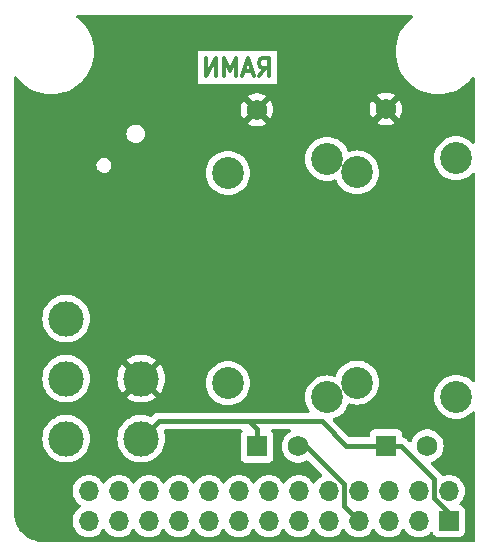
<source format=gbr>
G04 #@! TF.GenerationSoftware,KiCad,Pcbnew,7.0.9*
G04 #@! TF.CreationDate,2025-01-29T12:58:33-06:00*
G04 #@! TF.ProjectId,powertrain,706f7765-7274-4726-9169-6e2e6b696361,rev?*
G04 #@! TF.SameCoordinates,Original*
G04 #@! TF.FileFunction,Copper,L2,Bot*
G04 #@! TF.FilePolarity,Positive*
%FSLAX46Y46*%
G04 Gerber Fmt 4.6, Leading zero omitted, Abs format (unit mm)*
G04 Created by KiCad (PCBNEW 7.0.9) date 2025-01-29 12:58:33*
%MOMM*%
%LPD*%
G01*
G04 APERTURE LIST*
%ADD10C,0.300000*%
G04 #@! TA.AperFunction,NonConductor*
%ADD11C,0.300000*%
G04 #@! TD*
G04 #@! TA.AperFunction,ComponentPad*
%ADD12R,1.750000X1.750000*%
G04 #@! TD*
G04 #@! TA.AperFunction,ComponentPad*
%ADD13C,1.750000*%
G04 #@! TD*
G04 #@! TA.AperFunction,ComponentPad*
%ADD14C,2.700000*%
G04 #@! TD*
G04 #@! TA.AperFunction,ComponentPad*
%ADD15C,3.000000*%
G04 #@! TD*
G04 #@! TA.AperFunction,ComponentPad*
%ADD16R,1.700000X1.700000*%
G04 #@! TD*
G04 #@! TA.AperFunction,ComponentPad*
%ADD17O,1.700000X1.700000*%
G04 #@! TD*
G04 #@! TA.AperFunction,ViaPad*
%ADD18C,0.800000*%
G04 #@! TD*
G04 #@! TA.AperFunction,Conductor*
%ADD19C,0.400000*%
G04 #@! TD*
G04 APERTURE END LIST*
D10*
D11*
X53129428Y-25824328D02*
X53629428Y-25110042D01*
X53986571Y-25824328D02*
X53986571Y-24324328D01*
X53986571Y-24324328D02*
X53415142Y-24324328D01*
X53415142Y-24324328D02*
X53272285Y-24395757D01*
X53272285Y-24395757D02*
X53200856Y-24467185D01*
X53200856Y-24467185D02*
X53129428Y-24610042D01*
X53129428Y-24610042D02*
X53129428Y-24824328D01*
X53129428Y-24824328D02*
X53200856Y-24967185D01*
X53200856Y-24967185D02*
X53272285Y-25038614D01*
X53272285Y-25038614D02*
X53415142Y-25110042D01*
X53415142Y-25110042D02*
X53986571Y-25110042D01*
X52557999Y-25395757D02*
X51843714Y-25395757D01*
X52700856Y-25824328D02*
X52200856Y-24324328D01*
X52200856Y-24324328D02*
X51700856Y-25824328D01*
X51200857Y-25824328D02*
X51200857Y-24324328D01*
X51200857Y-24324328D02*
X50700857Y-25395757D01*
X50700857Y-25395757D02*
X50200857Y-24324328D01*
X50200857Y-24324328D02*
X50200857Y-25824328D01*
X49486571Y-25824328D02*
X49486571Y-24324328D01*
X49486571Y-24324328D02*
X48629428Y-25824328D01*
X48629428Y-25824328D02*
X48629428Y-24324328D01*
D12*
X63900000Y-57116000D03*
D13*
X67400000Y-57116000D03*
X63900000Y-28616000D03*
D14*
X69850000Y-52966000D03*
X61450000Y-51766000D03*
X61450000Y-33966000D03*
X69850000Y-32766000D03*
D15*
X43180000Y-56515000D03*
X36830000Y-51435000D03*
X36830000Y-56515000D03*
X36830000Y-46355000D03*
D12*
X52978000Y-57166000D03*
D13*
X56478000Y-57166000D03*
X52978000Y-28666000D03*
D14*
X58928000Y-53016000D03*
X50528000Y-51816000D03*
X50528000Y-34016000D03*
X58928000Y-32816000D03*
D15*
X43180000Y-51435000D03*
D16*
X69215000Y-63500000D03*
D17*
X69215000Y-60960000D03*
X66675000Y-63500000D03*
X66675000Y-60960000D03*
X64135000Y-63500000D03*
X64135000Y-60960000D03*
X61595000Y-63500000D03*
X61595000Y-60960000D03*
X59055000Y-63500000D03*
X59055000Y-60960000D03*
X56515000Y-63500000D03*
X56515000Y-60960000D03*
X53975000Y-63500000D03*
X53975000Y-60960000D03*
X51435000Y-63500000D03*
X51435000Y-60960000D03*
X48895000Y-63500000D03*
X48895000Y-60960000D03*
X46355000Y-63500000D03*
X46355000Y-60960000D03*
X43815000Y-63500000D03*
X43815000Y-60960000D03*
X41275000Y-63500000D03*
X41275000Y-60960000D03*
X38735000Y-63500000D03*
X38735000Y-60960000D03*
D18*
X40640000Y-22860000D03*
X34798000Y-60960000D03*
X35306000Y-43434000D03*
X60198000Y-55118000D03*
X51054000Y-45466000D03*
X63500000Y-22860000D03*
X49022000Y-31750000D03*
X51054000Y-57150000D03*
D19*
X69215000Y-62810002D02*
X69215000Y-63500000D01*
X65175000Y-57116000D02*
X67965000Y-59906000D01*
X67965000Y-59906000D02*
X67965000Y-61560002D01*
X67965000Y-61560002D02*
X69215000Y-62810002D01*
X60553126Y-57116000D02*
X63900000Y-57116000D01*
X58452126Y-55015000D02*
X60553126Y-57116000D01*
X44680000Y-55015000D02*
X52324000Y-55015000D01*
X52324000Y-55015000D02*
X58452126Y-55015000D01*
X63900000Y-57116000D02*
X65175000Y-57116000D01*
X52978000Y-57166000D02*
X52978000Y-55669000D01*
X43180000Y-56515000D02*
X44680000Y-55015000D01*
X52978000Y-55669000D02*
X52324000Y-55015000D01*
X56478000Y-57166000D02*
X57111002Y-57166000D01*
X57111002Y-57166000D02*
X60325000Y-60379998D01*
X60325000Y-62230000D02*
X61595000Y-63500000D01*
X60325000Y-60379998D02*
X60325000Y-62230000D01*
G04 #@! TA.AperFunction,Conductor*
G36*
X66143386Y-20670502D02*
G01*
X66189879Y-20724158D01*
X66199983Y-20794432D01*
X66170489Y-20859012D01*
X66154559Y-20874420D01*
X65913493Y-21069631D01*
X65913477Y-21069645D01*
X65646645Y-21336477D01*
X65646631Y-21336493D01*
X65409143Y-21629765D01*
X65409131Y-21629782D01*
X65203595Y-21946282D01*
X65203591Y-21946288D01*
X65032265Y-22282536D01*
X65032261Y-22282544D01*
X64897023Y-22634850D01*
X64799346Y-22999388D01*
X64740308Y-23372137D01*
X64720559Y-23748993D01*
X64720559Y-23749006D01*
X64740308Y-24125862D01*
X64799346Y-24498611D01*
X64897023Y-24863149D01*
X65032261Y-25215455D01*
X65032265Y-25215463D01*
X65203597Y-25551720D01*
X65409131Y-25868217D01*
X65409143Y-25868234D01*
X65646631Y-26161506D01*
X65646645Y-26161522D01*
X65913477Y-26428354D01*
X65913485Y-26428361D01*
X65913489Y-26428365D01*
X65913493Y-26428368D01*
X66206765Y-26665856D01*
X66206782Y-26665868D01*
X66385396Y-26781860D01*
X66523280Y-26871403D01*
X66859535Y-27042734D01*
X66859539Y-27042735D01*
X66859544Y-27042738D01*
X67211850Y-27177976D01*
X67211855Y-27177977D01*
X67211857Y-27177978D01*
X67576387Y-27275653D01*
X67949129Y-27334690D01*
X67949131Y-27334690D01*
X67949137Y-27334691D01*
X68231713Y-27349500D01*
X68231720Y-27349500D01*
X68420287Y-27349500D01*
X68702862Y-27334691D01*
X68702866Y-27334690D01*
X68702871Y-27334690D01*
X69075613Y-27275653D01*
X69440143Y-27177978D01*
X69440146Y-27177976D01*
X69440149Y-27177976D01*
X69792455Y-27042738D01*
X69792456Y-27042737D01*
X69792465Y-27042734D01*
X70128720Y-26871403D01*
X70445225Y-26665863D01*
X70738511Y-26428365D01*
X71005365Y-26161511D01*
X71127611Y-26010549D01*
X71200580Y-25920441D01*
X71258994Y-25880089D01*
X71329951Y-25877723D01*
X71390923Y-25914096D01*
X71422551Y-25977658D01*
X71424500Y-25999735D01*
X71424500Y-31407994D01*
X71404498Y-31476115D01*
X71350842Y-31522608D01*
X71280568Y-31532712D01*
X71215988Y-31503218D01*
X71209405Y-31497089D01*
X71070177Y-31357861D01*
X71070168Y-31357853D01*
X71000894Y-31305995D01*
X70857347Y-31198537D01*
X70715587Y-31121130D01*
X70624020Y-31071130D01*
X70374929Y-30978225D01*
X70115170Y-30921718D01*
X70115172Y-30921718D01*
X69850000Y-30902753D01*
X69584828Y-30921718D01*
X69325071Y-30978225D01*
X69325070Y-30978225D01*
X69075979Y-31071130D01*
X68842653Y-31198537D01*
X68629831Y-31357853D01*
X68629822Y-31357861D01*
X68441861Y-31545822D01*
X68441853Y-31545831D01*
X68282537Y-31758653D01*
X68155130Y-31991979D01*
X68062225Y-32241070D01*
X68062225Y-32241071D01*
X68005718Y-32500828D01*
X67986753Y-32766000D01*
X68005718Y-33031171D01*
X68062225Y-33290928D01*
X68062225Y-33290929D01*
X68155130Y-33540020D01*
X68182433Y-33590021D01*
X68282537Y-33773347D01*
X68426755Y-33966000D01*
X68441853Y-33986168D01*
X68441861Y-33986177D01*
X68629822Y-34174138D01*
X68629831Y-34174146D01*
X68629833Y-34174148D01*
X68842653Y-34333463D01*
X69075979Y-34460869D01*
X69325063Y-34553772D01*
X69325066Y-34553772D01*
X69325070Y-34553774D01*
X69475400Y-34586476D01*
X69584832Y-34610282D01*
X69850000Y-34629247D01*
X70115168Y-34610282D01*
X70374928Y-34553774D01*
X70374929Y-34553774D01*
X70374930Y-34553773D01*
X70374937Y-34553772D01*
X70624021Y-34460869D01*
X70857347Y-34333463D01*
X71070167Y-34174148D01*
X71129298Y-34115017D01*
X71209405Y-34034911D01*
X71271717Y-34000885D01*
X71342532Y-34005950D01*
X71399368Y-34048497D01*
X71424179Y-34115017D01*
X71424500Y-34124006D01*
X71424500Y-51607994D01*
X71404498Y-51676115D01*
X71350842Y-51722608D01*
X71280568Y-51732712D01*
X71215988Y-51703218D01*
X71209405Y-51697089D01*
X71070177Y-51557861D01*
X71070168Y-51557853D01*
X70993997Y-51500832D01*
X70857347Y-51398537D01*
X70679442Y-51301393D01*
X70624020Y-51271130D01*
X70374929Y-51178225D01*
X70115170Y-51121718D01*
X70115172Y-51121718D01*
X69850000Y-51102753D01*
X69584828Y-51121718D01*
X69325071Y-51178225D01*
X69325070Y-51178225D01*
X69075979Y-51271130D01*
X68842653Y-51398537D01*
X68629831Y-51557853D01*
X68629822Y-51557861D01*
X68441861Y-51745822D01*
X68441853Y-51745831D01*
X68282537Y-51958653D01*
X68155130Y-52191979D01*
X68062225Y-52441070D01*
X68062225Y-52441071D01*
X68005718Y-52700828D01*
X67986753Y-52966000D01*
X68005718Y-53231171D01*
X68062225Y-53490928D01*
X68062225Y-53490929D01*
X68155130Y-53740020D01*
X68182433Y-53790021D01*
X68282537Y-53973347D01*
X68430881Y-54171511D01*
X68441853Y-54186168D01*
X68441861Y-54186177D01*
X68629822Y-54374138D01*
X68629831Y-54374146D01*
X68629833Y-54374148D01*
X68842653Y-54533463D01*
X69075979Y-54660869D01*
X69325063Y-54753772D01*
X69325066Y-54753772D01*
X69325070Y-54753774D01*
X69475400Y-54786476D01*
X69584832Y-54810282D01*
X69850000Y-54829247D01*
X70115168Y-54810282D01*
X70374928Y-54753774D01*
X70374929Y-54753774D01*
X70374930Y-54753773D01*
X70374937Y-54753772D01*
X70624021Y-54660869D01*
X70857347Y-54533463D01*
X71070167Y-54374148D01*
X71137930Y-54306385D01*
X71209405Y-54234911D01*
X71271717Y-54200885D01*
X71342532Y-54205950D01*
X71399368Y-54248497D01*
X71424179Y-54315017D01*
X71424500Y-54324006D01*
X71424500Y-65168500D01*
X71404498Y-65236621D01*
X71350842Y-65283114D01*
X71298500Y-65294500D01*
X34926903Y-65294500D01*
X34923099Y-65294385D01*
X34876853Y-65291587D01*
X34625718Y-65276396D01*
X34618159Y-65275478D01*
X34432486Y-65241452D01*
X34326990Y-65222120D01*
X34319600Y-65220298D01*
X34036984Y-65132231D01*
X34029864Y-65129531D01*
X33759930Y-65008043D01*
X33753193Y-65004507D01*
X33602886Y-64913644D01*
X33499858Y-64851362D01*
X33493602Y-64847043D01*
X33260575Y-64664478D01*
X33254884Y-64659436D01*
X33045562Y-64450114D01*
X33040521Y-64444424D01*
X33034421Y-64436638D01*
X32857953Y-64211394D01*
X32853639Y-64205144D01*
X32700492Y-63951806D01*
X32696959Y-63945075D01*
X32575464Y-63675125D01*
X32572768Y-63668015D01*
X32520412Y-63500000D01*
X37371844Y-63500000D01*
X37386356Y-63675135D01*
X37390437Y-63724375D01*
X37445702Y-63942612D01*
X37445703Y-63942613D01*
X37445704Y-63942616D01*
X37534781Y-64145692D01*
X37536141Y-64148793D01*
X37659275Y-64337265D01*
X37659279Y-64337270D01*
X37811762Y-64502908D01*
X37866331Y-64545381D01*
X37989424Y-64641189D01*
X38187426Y-64748342D01*
X38187427Y-64748342D01*
X38187428Y-64748343D01*
X38299227Y-64786723D01*
X38400365Y-64821444D01*
X38622431Y-64858500D01*
X38622435Y-64858500D01*
X38847565Y-64858500D01*
X38847569Y-64858500D01*
X39069635Y-64821444D01*
X39282574Y-64748342D01*
X39480576Y-64641189D01*
X39658240Y-64502906D01*
X39810722Y-64337268D01*
X39899518Y-64201354D01*
X39953520Y-64155268D01*
X40023868Y-64145692D01*
X40088225Y-64175669D01*
X40110480Y-64201353D01*
X40115084Y-64208399D01*
X40199275Y-64337265D01*
X40199279Y-64337270D01*
X40351762Y-64502908D01*
X40406331Y-64545381D01*
X40529424Y-64641189D01*
X40727426Y-64748342D01*
X40727427Y-64748342D01*
X40727428Y-64748343D01*
X40839227Y-64786723D01*
X40940365Y-64821444D01*
X41162431Y-64858500D01*
X41162435Y-64858500D01*
X41387565Y-64858500D01*
X41387569Y-64858500D01*
X41609635Y-64821444D01*
X41822574Y-64748342D01*
X42020576Y-64641189D01*
X42198240Y-64502906D01*
X42350722Y-64337268D01*
X42439518Y-64201354D01*
X42493520Y-64155268D01*
X42563868Y-64145692D01*
X42628225Y-64175669D01*
X42650480Y-64201353D01*
X42655084Y-64208399D01*
X42739275Y-64337265D01*
X42739279Y-64337270D01*
X42891762Y-64502908D01*
X42946331Y-64545381D01*
X43069424Y-64641189D01*
X43267426Y-64748342D01*
X43267427Y-64748342D01*
X43267428Y-64748343D01*
X43379227Y-64786723D01*
X43480365Y-64821444D01*
X43702431Y-64858500D01*
X43702435Y-64858500D01*
X43927565Y-64858500D01*
X43927569Y-64858500D01*
X44149635Y-64821444D01*
X44362574Y-64748342D01*
X44560576Y-64641189D01*
X44738240Y-64502906D01*
X44890722Y-64337268D01*
X44979518Y-64201354D01*
X45033520Y-64155268D01*
X45103868Y-64145692D01*
X45168225Y-64175669D01*
X45190480Y-64201353D01*
X45195084Y-64208399D01*
X45279275Y-64337265D01*
X45279279Y-64337270D01*
X45431762Y-64502908D01*
X45486331Y-64545381D01*
X45609424Y-64641189D01*
X45807426Y-64748342D01*
X45807427Y-64748342D01*
X45807428Y-64748343D01*
X45919227Y-64786723D01*
X46020365Y-64821444D01*
X46242431Y-64858500D01*
X46242435Y-64858500D01*
X46467565Y-64858500D01*
X46467569Y-64858500D01*
X46689635Y-64821444D01*
X46902574Y-64748342D01*
X47100576Y-64641189D01*
X47278240Y-64502906D01*
X47430722Y-64337268D01*
X47519518Y-64201354D01*
X47573520Y-64155268D01*
X47643868Y-64145692D01*
X47708225Y-64175669D01*
X47730480Y-64201353D01*
X47735084Y-64208399D01*
X47819275Y-64337265D01*
X47819279Y-64337270D01*
X47971762Y-64502908D01*
X48026331Y-64545381D01*
X48149424Y-64641189D01*
X48347426Y-64748342D01*
X48347427Y-64748342D01*
X48347428Y-64748343D01*
X48459227Y-64786723D01*
X48560365Y-64821444D01*
X48782431Y-64858500D01*
X48782435Y-64858500D01*
X49007565Y-64858500D01*
X49007569Y-64858500D01*
X49229635Y-64821444D01*
X49442574Y-64748342D01*
X49640576Y-64641189D01*
X49818240Y-64502906D01*
X49970722Y-64337268D01*
X50059518Y-64201354D01*
X50113520Y-64155268D01*
X50183868Y-64145692D01*
X50248225Y-64175669D01*
X50270480Y-64201353D01*
X50275084Y-64208399D01*
X50359275Y-64337265D01*
X50359279Y-64337270D01*
X50511762Y-64502908D01*
X50566331Y-64545381D01*
X50689424Y-64641189D01*
X50887426Y-64748342D01*
X50887427Y-64748342D01*
X50887428Y-64748343D01*
X50999227Y-64786723D01*
X51100365Y-64821444D01*
X51322431Y-64858500D01*
X51322435Y-64858500D01*
X51547565Y-64858500D01*
X51547569Y-64858500D01*
X51769635Y-64821444D01*
X51982574Y-64748342D01*
X52180576Y-64641189D01*
X52358240Y-64502906D01*
X52510722Y-64337268D01*
X52599518Y-64201354D01*
X52653520Y-64155268D01*
X52723868Y-64145692D01*
X52788225Y-64175669D01*
X52810480Y-64201353D01*
X52815084Y-64208399D01*
X52899275Y-64337265D01*
X52899279Y-64337270D01*
X53051762Y-64502908D01*
X53106331Y-64545381D01*
X53229424Y-64641189D01*
X53427426Y-64748342D01*
X53427427Y-64748342D01*
X53427428Y-64748343D01*
X53539227Y-64786723D01*
X53640365Y-64821444D01*
X53862431Y-64858500D01*
X53862435Y-64858500D01*
X54087565Y-64858500D01*
X54087569Y-64858500D01*
X54309635Y-64821444D01*
X54522574Y-64748342D01*
X54720576Y-64641189D01*
X54898240Y-64502906D01*
X55050722Y-64337268D01*
X55139518Y-64201354D01*
X55193520Y-64155268D01*
X55263868Y-64145692D01*
X55328225Y-64175669D01*
X55350480Y-64201353D01*
X55355084Y-64208399D01*
X55439275Y-64337265D01*
X55439279Y-64337270D01*
X55591762Y-64502908D01*
X55646331Y-64545381D01*
X55769424Y-64641189D01*
X55967426Y-64748342D01*
X55967427Y-64748342D01*
X55967428Y-64748343D01*
X56079227Y-64786723D01*
X56180365Y-64821444D01*
X56402431Y-64858500D01*
X56402435Y-64858500D01*
X56627565Y-64858500D01*
X56627569Y-64858500D01*
X56849635Y-64821444D01*
X57062574Y-64748342D01*
X57260576Y-64641189D01*
X57438240Y-64502906D01*
X57590722Y-64337268D01*
X57679518Y-64201354D01*
X57733520Y-64155268D01*
X57803868Y-64145692D01*
X57868225Y-64175669D01*
X57890480Y-64201353D01*
X57895084Y-64208399D01*
X57979275Y-64337265D01*
X57979279Y-64337270D01*
X58131762Y-64502908D01*
X58186331Y-64545381D01*
X58309424Y-64641189D01*
X58507426Y-64748342D01*
X58507427Y-64748342D01*
X58507428Y-64748343D01*
X58619227Y-64786723D01*
X58720365Y-64821444D01*
X58942431Y-64858500D01*
X58942435Y-64858500D01*
X59167565Y-64858500D01*
X59167569Y-64858500D01*
X59389635Y-64821444D01*
X59602574Y-64748342D01*
X59800576Y-64641189D01*
X59978240Y-64502906D01*
X60130722Y-64337268D01*
X60219518Y-64201354D01*
X60273520Y-64155268D01*
X60343868Y-64145692D01*
X60408225Y-64175669D01*
X60430480Y-64201353D01*
X60435084Y-64208399D01*
X60519275Y-64337265D01*
X60519279Y-64337270D01*
X60671762Y-64502908D01*
X60726331Y-64545381D01*
X60849424Y-64641189D01*
X61047426Y-64748342D01*
X61047427Y-64748342D01*
X61047428Y-64748343D01*
X61159227Y-64786723D01*
X61260365Y-64821444D01*
X61482431Y-64858500D01*
X61482435Y-64858500D01*
X61707565Y-64858500D01*
X61707569Y-64858500D01*
X61929635Y-64821444D01*
X62142574Y-64748342D01*
X62340576Y-64641189D01*
X62518240Y-64502906D01*
X62670722Y-64337268D01*
X62759518Y-64201354D01*
X62813520Y-64155268D01*
X62883868Y-64145692D01*
X62948225Y-64175669D01*
X62970480Y-64201353D01*
X62975084Y-64208399D01*
X63059275Y-64337265D01*
X63059279Y-64337270D01*
X63211762Y-64502908D01*
X63266331Y-64545381D01*
X63389424Y-64641189D01*
X63587426Y-64748342D01*
X63587427Y-64748342D01*
X63587428Y-64748343D01*
X63699227Y-64786723D01*
X63800365Y-64821444D01*
X64022431Y-64858500D01*
X64022435Y-64858500D01*
X64247565Y-64858500D01*
X64247569Y-64858500D01*
X64469635Y-64821444D01*
X64682574Y-64748342D01*
X64880576Y-64641189D01*
X65058240Y-64502906D01*
X65210722Y-64337268D01*
X65299518Y-64201354D01*
X65353520Y-64155268D01*
X65423868Y-64145692D01*
X65488225Y-64175669D01*
X65510480Y-64201353D01*
X65515084Y-64208399D01*
X65599275Y-64337265D01*
X65599279Y-64337270D01*
X65751762Y-64502908D01*
X65806331Y-64545381D01*
X65929424Y-64641189D01*
X66127426Y-64748342D01*
X66127427Y-64748342D01*
X66127428Y-64748343D01*
X66239227Y-64786723D01*
X66340365Y-64821444D01*
X66562431Y-64858500D01*
X66562435Y-64858500D01*
X66787565Y-64858500D01*
X66787569Y-64858500D01*
X67009635Y-64821444D01*
X67222574Y-64748342D01*
X67420576Y-64641189D01*
X67598240Y-64502906D01*
X67659245Y-64436637D01*
X67720096Y-64400067D01*
X67791061Y-64402200D01*
X67849606Y-64442362D01*
X67870000Y-64477941D01*
X67914111Y-64596204D01*
X67914112Y-64596207D01*
X68001738Y-64713261D01*
X68118792Y-64800887D01*
X68118794Y-64800888D01*
X68118796Y-64800889D01*
X68173900Y-64821442D01*
X68255795Y-64851988D01*
X68255803Y-64851990D01*
X68316350Y-64858499D01*
X68316355Y-64858499D01*
X68316362Y-64858500D01*
X68316368Y-64858500D01*
X70113632Y-64858500D01*
X70113638Y-64858500D01*
X70113645Y-64858499D01*
X70113649Y-64858499D01*
X70174196Y-64851990D01*
X70174199Y-64851989D01*
X70174201Y-64851989D01*
X70175872Y-64851366D01*
X70193045Y-64844960D01*
X70311204Y-64800889D01*
X70381399Y-64748342D01*
X70428261Y-64713261D01*
X70515887Y-64596207D01*
X70515887Y-64596206D01*
X70515889Y-64596204D01*
X70566989Y-64459201D01*
X70568256Y-64447422D01*
X70573499Y-64398649D01*
X70573500Y-64398632D01*
X70573500Y-62601367D01*
X70573499Y-62601350D01*
X70566990Y-62540803D01*
X70566988Y-62540795D01*
X70515889Y-62403797D01*
X70515887Y-62403792D01*
X70428261Y-62286738D01*
X70311207Y-62199112D01*
X70311203Y-62199110D01*
X70196192Y-62156213D01*
X70139356Y-62113667D01*
X70114546Y-62047146D01*
X70129638Y-61977772D01*
X70147525Y-61952820D01*
X70290714Y-61797277D01*
X70290724Y-61797265D01*
X70320926Y-61751037D01*
X70413860Y-61608791D01*
X70504296Y-61402616D01*
X70559564Y-61184368D01*
X70578156Y-60960000D01*
X70559564Y-60735632D01*
X70504296Y-60517384D01*
X70413860Y-60311209D01*
X70396597Y-60284786D01*
X70290724Y-60122734D01*
X70290720Y-60122729D01*
X70174570Y-59996559D01*
X70138240Y-59957094D01*
X70138239Y-59957093D01*
X70138237Y-59957091D01*
X70007608Y-59855418D01*
X69960576Y-59818811D01*
X69762574Y-59711658D01*
X69762572Y-59711657D01*
X69762571Y-59711656D01*
X69549639Y-59638557D01*
X69549630Y-59638555D01*
X69489252Y-59628480D01*
X69327569Y-59601500D01*
X69102431Y-59601500D01*
X68954211Y-59626233D01*
X68880369Y-59638555D01*
X68880360Y-59638557D01*
X68766598Y-59677612D01*
X68695673Y-59680812D01*
X68634278Y-59645160D01*
X68607873Y-59603117D01*
X68596955Y-59574328D01*
X68596954Y-59574325D01*
X68591163Y-59565935D01*
X68579958Y-59546070D01*
X68575775Y-59536774D01*
X68537088Y-59487395D01*
X68534846Y-59484348D01*
X68499215Y-59432727D01*
X68452249Y-59391119D01*
X68449503Y-59388533D01*
X67721188Y-58660218D01*
X67687162Y-58597906D01*
X67692227Y-58527091D01*
X67734774Y-58470255D01*
X67769367Y-58451952D01*
X67957650Y-58387315D01*
X68159296Y-58278190D01*
X68340231Y-58137363D01*
X68495518Y-57968676D01*
X68620922Y-57776730D01*
X68713023Y-57566761D01*
X68769308Y-57344497D01*
X68788242Y-57116000D01*
X68769308Y-56887503D01*
X68746964Y-56799269D01*
X68713024Y-56665242D01*
X68713021Y-56665235D01*
X68697634Y-56630157D01*
X68620922Y-56455270D01*
X68495518Y-56263324D01*
X68340231Y-56094637D01*
X68159296Y-55953810D01*
X68159295Y-55953809D01*
X68044517Y-55891695D01*
X67957650Y-55844685D01*
X67957648Y-55844684D01*
X67957647Y-55844683D01*
X67740797Y-55770239D01*
X67740788Y-55770237D01*
X67695821Y-55762733D01*
X67514640Y-55732500D01*
X67285360Y-55732500D01*
X67134412Y-55757688D01*
X67059211Y-55770237D01*
X67059202Y-55770239D01*
X66842352Y-55844683D01*
X66842350Y-55844685D01*
X66640704Y-55953809D01*
X66640703Y-55953810D01*
X66459766Y-56094639D01*
X66304479Y-56263327D01*
X66179080Y-56455267D01*
X66179073Y-56455279D01*
X66086978Y-56665235D01*
X66086977Y-56665237D01*
X66068514Y-56738143D01*
X66032400Y-56799269D01*
X65968973Y-56831166D01*
X65898369Y-56823708D01*
X65857275Y-56796305D01*
X65776203Y-56715233D01*
X65692464Y-56631494D01*
X65689880Y-56628750D01*
X65648273Y-56581785D01*
X65648270Y-56581783D01*
X65648271Y-56581783D01*
X65596655Y-56546154D01*
X65593590Y-56543899D01*
X65575146Y-56529449D01*
X65544226Y-56505225D01*
X65544222Y-56505223D01*
X65534919Y-56501035D01*
X65515069Y-56489840D01*
X65506675Y-56484046D01*
X65483705Y-56475334D01*
X65448043Y-56461809D01*
X65444528Y-56460353D01*
X65387332Y-56434612D01*
X65387330Y-56434611D01*
X65387329Y-56434611D01*
X65386779Y-56434510D01*
X65386411Y-56434324D01*
X65380058Y-56432345D01*
X65380387Y-56431288D01*
X65323384Y-56402554D01*
X65287327Y-56341395D01*
X65283500Y-56310576D01*
X65283500Y-56192367D01*
X65283499Y-56192350D01*
X65276990Y-56131803D01*
X65276988Y-56131795D01*
X65229251Y-56003810D01*
X65225889Y-55994796D01*
X65225888Y-55994794D01*
X65225887Y-55994792D01*
X65138261Y-55877738D01*
X65021207Y-55790112D01*
X65021202Y-55790110D01*
X64884204Y-55739011D01*
X64884196Y-55739009D01*
X64823649Y-55732500D01*
X64823638Y-55732500D01*
X62976362Y-55732500D01*
X62976350Y-55732500D01*
X62915803Y-55739009D01*
X62915795Y-55739011D01*
X62778797Y-55790110D01*
X62778792Y-55790112D01*
X62661738Y-55877738D01*
X62574112Y-55994792D01*
X62574110Y-55994797D01*
X62523011Y-56131795D01*
X62523009Y-56131803D01*
X62516500Y-56192350D01*
X62516500Y-56281500D01*
X62496498Y-56349621D01*
X62442842Y-56396114D01*
X62390500Y-56407500D01*
X60898786Y-56407500D01*
X60830665Y-56387498D01*
X60809691Y-56370595D01*
X59438569Y-54999473D01*
X59404543Y-54937161D01*
X59409608Y-54866346D01*
X59452155Y-54809510D01*
X59483623Y-54792326D01*
X59702021Y-54710869D01*
X59935347Y-54583463D01*
X60148167Y-54424148D01*
X60336148Y-54236167D01*
X60495463Y-54023347D01*
X60622869Y-53790021D01*
X60693097Y-53601729D01*
X60735643Y-53544896D01*
X60802163Y-53520085D01*
X60855181Y-53527707D01*
X60925063Y-53553772D01*
X60925066Y-53553772D01*
X60925070Y-53553774D01*
X61075400Y-53586476D01*
X61184832Y-53610282D01*
X61450000Y-53629247D01*
X61715168Y-53610282D01*
X61974928Y-53553774D01*
X61974929Y-53553774D01*
X61974930Y-53553773D01*
X61974937Y-53553772D01*
X62224021Y-53460869D01*
X62457347Y-53333463D01*
X62670167Y-53174148D01*
X62858148Y-52986167D01*
X63017463Y-52773347D01*
X63144869Y-52540021D01*
X63237772Y-52290937D01*
X63294282Y-52031168D01*
X63313247Y-51766000D01*
X63294282Y-51500832D01*
X63248651Y-51291071D01*
X63237774Y-51241071D01*
X63237774Y-51241070D01*
X63237772Y-51241066D01*
X63237772Y-51241063D01*
X63144869Y-50991979D01*
X63017463Y-50758653D01*
X62858148Y-50545833D01*
X62858146Y-50545831D01*
X62858138Y-50545822D01*
X62670177Y-50357861D01*
X62670168Y-50357853D01*
X62670167Y-50357852D01*
X62457347Y-50198537D01*
X62315587Y-50121130D01*
X62224020Y-50071130D01*
X61974929Y-49978225D01*
X61715170Y-49921718D01*
X61715172Y-49921718D01*
X61450000Y-49902753D01*
X61184828Y-49921718D01*
X60925071Y-49978225D01*
X60925070Y-49978225D01*
X60675979Y-50071130D01*
X60442653Y-50198537D01*
X60229831Y-50357853D01*
X60229822Y-50357861D01*
X60041861Y-50545822D01*
X60041853Y-50545831D01*
X59882537Y-50758653D01*
X59755131Y-50991977D01*
X59684903Y-51180268D01*
X59642356Y-51237103D01*
X59575836Y-51261914D01*
X59522816Y-51254291D01*
X59452937Y-51228228D01*
X59452929Y-51228225D01*
X59193170Y-51171718D01*
X59193172Y-51171718D01*
X58928000Y-51152753D01*
X58662828Y-51171718D01*
X58403071Y-51228225D01*
X58403070Y-51228225D01*
X58153979Y-51321130D01*
X57920653Y-51448537D01*
X57707831Y-51607853D01*
X57707822Y-51607861D01*
X57519861Y-51795822D01*
X57519853Y-51795831D01*
X57360537Y-52008653D01*
X57233130Y-52241979D01*
X57140225Y-52491070D01*
X57140225Y-52491071D01*
X57083718Y-52750828D01*
X57064753Y-53016000D01*
X57083718Y-53281171D01*
X57140225Y-53540928D01*
X57140225Y-53540929D01*
X57233130Y-53790020D01*
X57290967Y-53895940D01*
X57360537Y-54023347D01*
X57421655Y-54104991D01*
X57446466Y-54171511D01*
X57431375Y-54240885D01*
X57381172Y-54291088D01*
X57320787Y-54306500D01*
X52399835Y-54306500D01*
X52377123Y-54304436D01*
X52367093Y-54302598D01*
X52304488Y-54306385D01*
X52300685Y-54306500D01*
X44703302Y-54306500D01*
X44699502Y-54306385D01*
X44688953Y-54305747D01*
X44636904Y-54302598D01*
X44575227Y-54313901D01*
X44571465Y-54314474D01*
X44509201Y-54322034D01*
X44499663Y-54325651D01*
X44477706Y-54331772D01*
X44467669Y-54333611D01*
X44410487Y-54359347D01*
X44406973Y-54360802D01*
X44348326Y-54383045D01*
X44348325Y-54383046D01*
X44339921Y-54388846D01*
X44320080Y-54400035D01*
X44310779Y-54404221D01*
X44310772Y-54404226D01*
X44261391Y-54442912D01*
X44258327Y-54445166D01*
X44206727Y-54480784D01*
X44165134Y-54527731D01*
X44162526Y-54530502D01*
X44068754Y-54624273D01*
X44006442Y-54658299D01*
X43935627Y-54653234D01*
X43929462Y-54650747D01*
X43854183Y-54618049D01*
X43854179Y-54618047D01*
X43854177Y-54618047D01*
X43677789Y-54568625D01*
X43589593Y-54543914D01*
X43317395Y-54506500D01*
X43317385Y-54506500D01*
X43042615Y-54506500D01*
X43042604Y-54506500D01*
X42770406Y-54543914D01*
X42505819Y-54618048D01*
X42253802Y-54727514D01*
X42117697Y-54810282D01*
X42025504Y-54866346D01*
X42019028Y-54870284D01*
X41805886Y-55043688D01*
X41618343Y-55244498D01*
X41459892Y-55468971D01*
X41333477Y-55712941D01*
X41241462Y-55971845D01*
X41241460Y-55971853D01*
X41215946Y-56094637D01*
X41197833Y-56181803D01*
X41185557Y-56240877D01*
X41185556Y-56240883D01*
X41166807Y-56514995D01*
X41166807Y-56515004D01*
X41185556Y-56789116D01*
X41185557Y-56789122D01*
X41185558Y-56789130D01*
X41206048Y-56887732D01*
X41241460Y-57058146D01*
X41241462Y-57058154D01*
X41333477Y-57317058D01*
X41459892Y-57561028D01*
X41463936Y-57566757D01*
X41618343Y-57785502D01*
X41805889Y-57986314D01*
X42019031Y-58159718D01*
X42253800Y-58302484D01*
X42505823Y-58411953D01*
X42770404Y-58486085D01*
X42865504Y-58499156D01*
X43042604Y-58523499D01*
X43042615Y-58523500D01*
X43317385Y-58523500D01*
X43317395Y-58523499D01*
X43446945Y-58505692D01*
X43589596Y-58486085D01*
X43854177Y-58411953D01*
X44106200Y-58302484D01*
X44340969Y-58159718D01*
X44554111Y-57986314D01*
X44741657Y-57785502D01*
X44900111Y-57561023D01*
X45026523Y-57317058D01*
X45118538Y-57058153D01*
X45174442Y-56789130D01*
X45182916Y-56665242D01*
X45193193Y-56515004D01*
X45193193Y-56514995D01*
X45174443Y-56240883D01*
X45174442Y-56240877D01*
X45174442Y-56240870D01*
X45118538Y-55971847D01*
X45090050Y-55891692D01*
X45086086Y-55820810D01*
X45121074Y-55759033D01*
X45183906Y-55725979D01*
X45208776Y-55723500D01*
X51640914Y-55723500D01*
X51709035Y-55743502D01*
X51755528Y-55797158D01*
X51765632Y-55867432D01*
X51741782Y-55925009D01*
X51652112Y-56044792D01*
X51652110Y-56044797D01*
X51601011Y-56181795D01*
X51601009Y-56181803D01*
X51594500Y-56242350D01*
X51594500Y-58089649D01*
X51601009Y-58150196D01*
X51601011Y-58150204D01*
X51652110Y-58287202D01*
X51652112Y-58287207D01*
X51739738Y-58404261D01*
X51856792Y-58491887D01*
X51856794Y-58491888D01*
X51856796Y-58491889D01*
X51877202Y-58499500D01*
X51993795Y-58542988D01*
X51993803Y-58542990D01*
X52054350Y-58549499D01*
X52054355Y-58549499D01*
X52054362Y-58549500D01*
X52054368Y-58549500D01*
X53901632Y-58549500D01*
X53901638Y-58549500D01*
X53901645Y-58549499D01*
X53901649Y-58549499D01*
X53962196Y-58542990D01*
X53962199Y-58542989D01*
X53962201Y-58542989D01*
X54099204Y-58491889D01*
X54106958Y-58486085D01*
X54216261Y-58404261D01*
X54303887Y-58287207D01*
X54303887Y-58287206D01*
X54303889Y-58287204D01*
X54354989Y-58150201D01*
X54356370Y-58137363D01*
X54361499Y-58089649D01*
X54361500Y-58089632D01*
X54361500Y-56242367D01*
X54361499Y-56242350D01*
X54354990Y-56181803D01*
X54354988Y-56181795D01*
X54303889Y-56044797D01*
X54303887Y-56044792D01*
X54214218Y-55925009D01*
X54189407Y-55858489D01*
X54204498Y-55789115D01*
X54254700Y-55738913D01*
X54315086Y-55723500D01*
X55739109Y-55723500D01*
X55807230Y-55743502D01*
X55853723Y-55797158D01*
X55863827Y-55867432D01*
X55834333Y-55932012D01*
X55799078Y-55960314D01*
X55718704Y-56003809D01*
X55718703Y-56003810D01*
X55537766Y-56144639D01*
X55382479Y-56313327D01*
X55257080Y-56505267D01*
X55257073Y-56505279D01*
X55164978Y-56715235D01*
X55164975Y-56715242D01*
X55108693Y-56937495D01*
X55108692Y-56937501D01*
X55108692Y-56937503D01*
X55089758Y-57166000D01*
X55104549Y-57344504D01*
X55108693Y-57394504D01*
X55164975Y-57616757D01*
X55164978Y-57616764D01*
X55257073Y-57826720D01*
X55257075Y-57826724D01*
X55257078Y-57826730D01*
X55303744Y-57898158D01*
X55349815Y-57968676D01*
X55382482Y-58018676D01*
X55537769Y-58187363D01*
X55718704Y-58328190D01*
X55920350Y-58437315D01*
X55920351Y-58437315D01*
X55920352Y-58437316D01*
X56016301Y-58470255D01*
X56137207Y-58511762D01*
X56363360Y-58549500D01*
X56363364Y-58549500D01*
X56592636Y-58549500D01*
X56592640Y-58549500D01*
X56818793Y-58511762D01*
X57035650Y-58437315D01*
X57176681Y-58360992D01*
X57246110Y-58346163D01*
X57312536Y-58371223D01*
X57325744Y-58382712D01*
X58483494Y-59540462D01*
X58517520Y-59602774D01*
X58512455Y-59673589D01*
X58469908Y-59730425D01*
X58454369Y-59740371D01*
X58309422Y-59818812D01*
X58131762Y-59957091D01*
X57979279Y-60122729D01*
X57890483Y-60258643D01*
X57836479Y-60304731D01*
X57766131Y-60314306D01*
X57701774Y-60284329D01*
X57679517Y-60258643D01*
X57590720Y-60122729D01*
X57474570Y-59996559D01*
X57438240Y-59957094D01*
X57438239Y-59957093D01*
X57438237Y-59957091D01*
X57307608Y-59855418D01*
X57260576Y-59818811D01*
X57062574Y-59711658D01*
X57062572Y-59711657D01*
X57062571Y-59711656D01*
X56849639Y-59638557D01*
X56849630Y-59638555D01*
X56789252Y-59628480D01*
X56627569Y-59601500D01*
X56402431Y-59601500D01*
X56254211Y-59626233D01*
X56180369Y-59638555D01*
X56180360Y-59638557D01*
X55967428Y-59711656D01*
X55967426Y-59711658D01*
X55769426Y-59818810D01*
X55769424Y-59818811D01*
X55591762Y-59957091D01*
X55439279Y-60122729D01*
X55350483Y-60258643D01*
X55296479Y-60304731D01*
X55226131Y-60314306D01*
X55161774Y-60284329D01*
X55139517Y-60258643D01*
X55050720Y-60122729D01*
X54934570Y-59996559D01*
X54898240Y-59957094D01*
X54898239Y-59957093D01*
X54898237Y-59957091D01*
X54767608Y-59855418D01*
X54720576Y-59818811D01*
X54522574Y-59711658D01*
X54522572Y-59711657D01*
X54522571Y-59711656D01*
X54309639Y-59638557D01*
X54309630Y-59638555D01*
X54249252Y-59628480D01*
X54087569Y-59601500D01*
X53862431Y-59601500D01*
X53714211Y-59626233D01*
X53640369Y-59638555D01*
X53640360Y-59638557D01*
X53427428Y-59711656D01*
X53427426Y-59711658D01*
X53229426Y-59818810D01*
X53229424Y-59818811D01*
X53051762Y-59957091D01*
X52899279Y-60122729D01*
X52810483Y-60258643D01*
X52756479Y-60304731D01*
X52686131Y-60314306D01*
X52621774Y-60284329D01*
X52599517Y-60258643D01*
X52510720Y-60122729D01*
X52394570Y-59996559D01*
X52358240Y-59957094D01*
X52358239Y-59957093D01*
X52358237Y-59957091D01*
X52227608Y-59855418D01*
X52180576Y-59818811D01*
X51982574Y-59711658D01*
X51982572Y-59711657D01*
X51982571Y-59711656D01*
X51769639Y-59638557D01*
X51769630Y-59638555D01*
X51709252Y-59628480D01*
X51547569Y-59601500D01*
X51322431Y-59601500D01*
X51174211Y-59626233D01*
X51100369Y-59638555D01*
X51100360Y-59638557D01*
X50887428Y-59711656D01*
X50887426Y-59711658D01*
X50689426Y-59818810D01*
X50689424Y-59818811D01*
X50511762Y-59957091D01*
X50359279Y-60122729D01*
X50270483Y-60258643D01*
X50216479Y-60304731D01*
X50146131Y-60314306D01*
X50081774Y-60284329D01*
X50059517Y-60258643D01*
X49970720Y-60122729D01*
X49854570Y-59996559D01*
X49818240Y-59957094D01*
X49818239Y-59957093D01*
X49818237Y-59957091D01*
X49687608Y-59855418D01*
X49640576Y-59818811D01*
X49442574Y-59711658D01*
X49442572Y-59711657D01*
X49442571Y-59711656D01*
X49229639Y-59638557D01*
X49229630Y-59638555D01*
X49169252Y-59628480D01*
X49007569Y-59601500D01*
X48782431Y-59601500D01*
X48634211Y-59626233D01*
X48560369Y-59638555D01*
X48560360Y-59638557D01*
X48347428Y-59711656D01*
X48347426Y-59711658D01*
X48149426Y-59818810D01*
X48149424Y-59818811D01*
X47971762Y-59957091D01*
X47819279Y-60122729D01*
X47730483Y-60258643D01*
X47676479Y-60304731D01*
X47606131Y-60314306D01*
X47541774Y-60284329D01*
X47519517Y-60258643D01*
X47430720Y-60122729D01*
X47314570Y-59996559D01*
X47278240Y-59957094D01*
X47278239Y-59957093D01*
X47278237Y-59957091D01*
X47147608Y-59855418D01*
X47100576Y-59818811D01*
X46902574Y-59711658D01*
X46902572Y-59711657D01*
X46902571Y-59711656D01*
X46689639Y-59638557D01*
X46689630Y-59638555D01*
X46629252Y-59628480D01*
X46467569Y-59601500D01*
X46242431Y-59601500D01*
X46094211Y-59626233D01*
X46020369Y-59638555D01*
X46020360Y-59638557D01*
X45807428Y-59711656D01*
X45807426Y-59711658D01*
X45609426Y-59818810D01*
X45609424Y-59818811D01*
X45431762Y-59957091D01*
X45279279Y-60122729D01*
X45190483Y-60258643D01*
X45136479Y-60304731D01*
X45066131Y-60314306D01*
X45001774Y-60284329D01*
X44979517Y-60258643D01*
X44890720Y-60122729D01*
X44774570Y-59996559D01*
X44738240Y-59957094D01*
X44738239Y-59957093D01*
X44738237Y-59957091D01*
X44607608Y-59855418D01*
X44560576Y-59818811D01*
X44362574Y-59711658D01*
X44362572Y-59711657D01*
X44362571Y-59711656D01*
X44149639Y-59638557D01*
X44149630Y-59638555D01*
X44089252Y-59628480D01*
X43927569Y-59601500D01*
X43702431Y-59601500D01*
X43554211Y-59626233D01*
X43480369Y-59638555D01*
X43480360Y-59638557D01*
X43267428Y-59711656D01*
X43267426Y-59711658D01*
X43069426Y-59818810D01*
X43069424Y-59818811D01*
X42891762Y-59957091D01*
X42739279Y-60122729D01*
X42650483Y-60258643D01*
X42596479Y-60304731D01*
X42526131Y-60314306D01*
X42461774Y-60284329D01*
X42439517Y-60258643D01*
X42350720Y-60122729D01*
X42234570Y-59996559D01*
X42198240Y-59957094D01*
X42198239Y-59957093D01*
X42198237Y-59957091D01*
X42067608Y-59855418D01*
X42020576Y-59818811D01*
X41822574Y-59711658D01*
X41822572Y-59711657D01*
X41822571Y-59711656D01*
X41609639Y-59638557D01*
X41609630Y-59638555D01*
X41549252Y-59628480D01*
X41387569Y-59601500D01*
X41162431Y-59601500D01*
X41014211Y-59626233D01*
X40940369Y-59638555D01*
X40940360Y-59638557D01*
X40727428Y-59711656D01*
X40727426Y-59711658D01*
X40529426Y-59818810D01*
X40529424Y-59818811D01*
X40351762Y-59957091D01*
X40199279Y-60122729D01*
X40110483Y-60258643D01*
X40056479Y-60304731D01*
X39986131Y-60314306D01*
X39921774Y-60284329D01*
X39899517Y-60258643D01*
X39810720Y-60122729D01*
X39694570Y-59996559D01*
X39658240Y-59957094D01*
X39658239Y-59957093D01*
X39658237Y-59957091D01*
X39527608Y-59855418D01*
X39480576Y-59818811D01*
X39282574Y-59711658D01*
X39282572Y-59711657D01*
X39282571Y-59711656D01*
X39069639Y-59638557D01*
X39069630Y-59638555D01*
X39009252Y-59628480D01*
X38847569Y-59601500D01*
X38622431Y-59601500D01*
X38474211Y-59626233D01*
X38400369Y-59638555D01*
X38400360Y-59638557D01*
X38187428Y-59711656D01*
X38187426Y-59711658D01*
X37989426Y-59818810D01*
X37989424Y-59818811D01*
X37811762Y-59957091D01*
X37659279Y-60122729D01*
X37659275Y-60122734D01*
X37536141Y-60311206D01*
X37445703Y-60517386D01*
X37445702Y-60517387D01*
X37390437Y-60735624D01*
X37390436Y-60735630D01*
X37390436Y-60735632D01*
X37371844Y-60960000D01*
X37389232Y-61169844D01*
X37390437Y-61184375D01*
X37445702Y-61402612D01*
X37445703Y-61402613D01*
X37536141Y-61608793D01*
X37659275Y-61797265D01*
X37659279Y-61797270D01*
X37811762Y-61962908D01*
X37833844Y-61980095D01*
X37989424Y-62101189D01*
X38022155Y-62118902D01*
X38022680Y-62119186D01*
X38073071Y-62169200D01*
X38088423Y-62238516D01*
X38063862Y-62305129D01*
X38022680Y-62340813D01*
X37989426Y-62358810D01*
X37989424Y-62358811D01*
X37811762Y-62497091D01*
X37659279Y-62662729D01*
X37659275Y-62662734D01*
X37536141Y-62851206D01*
X37445703Y-63057386D01*
X37445702Y-63057387D01*
X37390437Y-63275624D01*
X37390436Y-63275630D01*
X37390436Y-63275632D01*
X37371844Y-63500000D01*
X32520412Y-63500000D01*
X32484701Y-63385399D01*
X32482882Y-63378021D01*
X32429520Y-63086833D01*
X32428604Y-63079291D01*
X32410614Y-62781900D01*
X32410500Y-62778097D01*
X32410500Y-56515004D01*
X34816807Y-56515004D01*
X34835556Y-56789116D01*
X34835557Y-56789122D01*
X34835558Y-56789130D01*
X34856048Y-56887732D01*
X34891460Y-57058146D01*
X34891462Y-57058154D01*
X34983477Y-57317058D01*
X35109892Y-57561028D01*
X35113936Y-57566757D01*
X35268343Y-57785502D01*
X35455889Y-57986314D01*
X35669031Y-58159718D01*
X35903800Y-58302484D01*
X36155823Y-58411953D01*
X36420404Y-58486085D01*
X36515504Y-58499156D01*
X36692604Y-58523499D01*
X36692615Y-58523500D01*
X36967385Y-58523500D01*
X36967395Y-58523499D01*
X37096945Y-58505692D01*
X37239596Y-58486085D01*
X37504177Y-58411953D01*
X37756200Y-58302484D01*
X37990969Y-58159718D01*
X38204111Y-57986314D01*
X38391657Y-57785502D01*
X38550111Y-57561023D01*
X38676523Y-57317058D01*
X38768538Y-57058153D01*
X38824442Y-56789130D01*
X38832916Y-56665242D01*
X38843193Y-56515004D01*
X38843193Y-56514995D01*
X38824443Y-56240883D01*
X38824442Y-56240877D01*
X38824442Y-56240870D01*
X38768538Y-55971847D01*
X38676523Y-55712942D01*
X38550111Y-55468977D01*
X38391657Y-55244498D01*
X38204111Y-55043686D01*
X37990969Y-54870282D01*
X37756200Y-54727516D01*
X37756201Y-54727516D01*
X37756197Y-54727514D01*
X37504180Y-54618048D01*
X37504178Y-54618047D01*
X37504177Y-54618047D01*
X37371886Y-54580981D01*
X37239593Y-54543914D01*
X36967395Y-54506500D01*
X36967385Y-54506500D01*
X36692615Y-54506500D01*
X36692604Y-54506500D01*
X36420406Y-54543914D01*
X36155819Y-54618048D01*
X35903802Y-54727514D01*
X35767697Y-54810282D01*
X35675504Y-54866346D01*
X35669028Y-54870284D01*
X35455886Y-55043688D01*
X35268343Y-55244498D01*
X35109892Y-55468971D01*
X34983477Y-55712941D01*
X34891462Y-55971845D01*
X34891460Y-55971853D01*
X34865946Y-56094637D01*
X34847833Y-56181803D01*
X34835557Y-56240877D01*
X34835556Y-56240883D01*
X34816807Y-56514995D01*
X34816807Y-56515004D01*
X32410500Y-56515004D01*
X32410500Y-51435004D01*
X34816807Y-51435004D01*
X34835556Y-51709116D01*
X34835557Y-51709122D01*
X34835558Y-51709130D01*
X34847376Y-51766000D01*
X34891460Y-51978146D01*
X34891462Y-51978154D01*
X34967456Y-52191979D01*
X34983477Y-52237058D01*
X35109752Y-52480759D01*
X35109892Y-52481028D01*
X35151533Y-52540020D01*
X35268343Y-52705502D01*
X35455889Y-52906314D01*
X35669031Y-53079718D01*
X35903067Y-53222038D01*
X35903802Y-53222485D01*
X35923799Y-53231171D01*
X36155823Y-53331953D01*
X36420404Y-53406085D01*
X36515504Y-53419156D01*
X36692604Y-53443499D01*
X36692615Y-53443500D01*
X36967385Y-53443500D01*
X36967395Y-53443499D01*
X37096945Y-53425692D01*
X37239596Y-53406085D01*
X37504177Y-53331953D01*
X37756200Y-53222484D01*
X37990969Y-53079718D01*
X38204111Y-52906314D01*
X38391657Y-52705502D01*
X38550111Y-52481023D01*
X38676523Y-52237058D01*
X38768538Y-51978153D01*
X38824442Y-51709130D01*
X38826700Y-51676115D01*
X38843193Y-51435004D01*
X41167308Y-51435004D01*
X41186052Y-51709048D01*
X41186053Y-51709054D01*
X41241942Y-51978011D01*
X41241944Y-51978019D01*
X41333938Y-52236865D01*
X41460314Y-52480756D01*
X41460316Y-52480759D01*
X41590541Y-52665248D01*
X42501099Y-51754690D01*
X42526059Y-51812553D01*
X42630756Y-51953185D01*
X42765062Y-52065882D01*
X42860430Y-52113777D01*
X41950715Y-53023492D01*
X41950715Y-53023494D01*
X42019313Y-53079304D01*
X42019318Y-53079307D01*
X42254030Y-53222038D01*
X42505989Y-53331480D01*
X42770509Y-53405595D01*
X43042635Y-53442999D01*
X43042649Y-53443000D01*
X43317351Y-53443000D01*
X43317364Y-53442999D01*
X43589490Y-53405595D01*
X43854010Y-53331480D01*
X44105969Y-53222038D01*
X44340679Y-53079309D01*
X44409283Y-53023493D01*
X44409283Y-53023492D01*
X43501798Y-52116007D01*
X43518891Y-52109787D01*
X43665373Y-52013445D01*
X43785688Y-51885918D01*
X43860517Y-51756307D01*
X44769457Y-52665247D01*
X44899682Y-52480762D01*
X44899685Y-52480756D01*
X45026061Y-52236865D01*
X45118055Y-51978019D01*
X45118057Y-51978011D01*
X45151723Y-51816000D01*
X48664753Y-51816000D01*
X48683718Y-52081171D01*
X48740225Y-52340928D01*
X48740225Y-52340929D01*
X48833130Y-52590020D01*
X48874208Y-52665248D01*
X48960537Y-52823347D01*
X49110365Y-53023494D01*
X49119853Y-53036168D01*
X49119861Y-53036177D01*
X49307822Y-53224138D01*
X49307831Y-53224146D01*
X49307833Y-53224148D01*
X49520653Y-53383463D01*
X49753979Y-53510869D01*
X50003063Y-53603772D01*
X50003066Y-53603772D01*
X50003070Y-53603774D01*
X50120168Y-53629247D01*
X50262832Y-53660282D01*
X50528000Y-53679247D01*
X50793168Y-53660282D01*
X51052928Y-53603774D01*
X51052929Y-53603774D01*
X51052930Y-53603773D01*
X51052937Y-53603772D01*
X51302021Y-53510869D01*
X51535347Y-53383463D01*
X51748167Y-53224148D01*
X51936148Y-53036167D01*
X52095463Y-52823347D01*
X52222869Y-52590021D01*
X52315772Y-52340937D01*
X52372282Y-52081168D01*
X52391247Y-51816000D01*
X52372282Y-51550832D01*
X52315772Y-51291063D01*
X52222869Y-51041979D01*
X52095463Y-50808653D01*
X51936148Y-50595833D01*
X51936146Y-50595831D01*
X51936138Y-50595822D01*
X51748177Y-50407861D01*
X51748168Y-50407853D01*
X51722945Y-50388971D01*
X51535347Y-50248537D01*
X51381442Y-50164498D01*
X51302020Y-50121130D01*
X51052929Y-50028225D01*
X50793170Y-49971718D01*
X50793172Y-49971718D01*
X50528000Y-49952753D01*
X50262828Y-49971718D01*
X50003071Y-50028225D01*
X50003070Y-50028225D01*
X49753979Y-50121130D01*
X49520653Y-50248537D01*
X49307831Y-50407853D01*
X49307822Y-50407861D01*
X49119861Y-50595822D01*
X49119853Y-50595831D01*
X48960537Y-50808653D01*
X48833130Y-51041979D01*
X48740225Y-51291070D01*
X48740225Y-51291071D01*
X48683718Y-51550828D01*
X48664753Y-51816000D01*
X45151723Y-51816000D01*
X45173946Y-51709054D01*
X45173947Y-51709048D01*
X45192692Y-51435004D01*
X45192692Y-51434995D01*
X45173947Y-51160951D01*
X45173946Y-51160945D01*
X45118057Y-50891988D01*
X45118055Y-50891980D01*
X45026061Y-50633134D01*
X44899685Y-50389243D01*
X44899681Y-50389237D01*
X44769457Y-50204750D01*
X43858899Y-51115307D01*
X43833941Y-51057447D01*
X43729244Y-50916815D01*
X43594938Y-50804118D01*
X43499567Y-50756221D01*
X44409283Y-49846504D01*
X44340680Y-49790691D01*
X44105969Y-49647961D01*
X43854010Y-49538519D01*
X43589490Y-49464404D01*
X43317364Y-49427000D01*
X43042635Y-49427000D01*
X42770509Y-49464404D01*
X42505989Y-49538519D01*
X42254030Y-49647961D01*
X42019325Y-49790687D01*
X41950715Y-49846505D01*
X41950714Y-49846505D01*
X42858201Y-50753992D01*
X42841109Y-50760213D01*
X42694627Y-50856555D01*
X42574312Y-50984082D01*
X42499482Y-51113691D01*
X41590541Y-50204750D01*
X41460317Y-50389236D01*
X41333938Y-50633134D01*
X41241944Y-50891980D01*
X41241942Y-50891988D01*
X41186053Y-51160945D01*
X41186052Y-51160951D01*
X41167308Y-51434995D01*
X41167308Y-51435004D01*
X38843193Y-51435004D01*
X38843193Y-51434995D01*
X38824443Y-51160883D01*
X38824442Y-51160877D01*
X38824442Y-51160870D01*
X38768538Y-50891847D01*
X38676523Y-50632942D01*
X38550111Y-50388977D01*
X38391657Y-50164498D01*
X38204111Y-49963686D01*
X37990969Y-49790282D01*
X37756200Y-49647516D01*
X37756201Y-49647516D01*
X37756197Y-49647514D01*
X37504180Y-49538048D01*
X37504178Y-49538047D01*
X37504177Y-49538047D01*
X37371886Y-49500981D01*
X37239593Y-49463914D01*
X36967395Y-49426500D01*
X36967385Y-49426500D01*
X36692615Y-49426500D01*
X36692604Y-49426500D01*
X36420406Y-49463914D01*
X36155819Y-49538048D01*
X35903802Y-49647514D01*
X35669028Y-49790284D01*
X35455886Y-49963688D01*
X35268343Y-50164498D01*
X35109892Y-50388971D01*
X34983477Y-50632941D01*
X34891462Y-50891845D01*
X34891460Y-50891853D01*
X34835557Y-51160877D01*
X34835556Y-51160883D01*
X34816807Y-51434995D01*
X34816807Y-51435004D01*
X32410500Y-51435004D01*
X32410500Y-46355004D01*
X34816807Y-46355004D01*
X34835556Y-46629116D01*
X34835557Y-46629122D01*
X34835558Y-46629130D01*
X34866217Y-46776670D01*
X34891460Y-46898146D01*
X34891462Y-46898154D01*
X34983477Y-47157058D01*
X35109892Y-47401028D01*
X35177797Y-47497227D01*
X35268343Y-47625502D01*
X35455889Y-47826314D01*
X35669031Y-47999718D01*
X35903800Y-48142484D01*
X36155823Y-48251953D01*
X36420404Y-48326085D01*
X36515504Y-48339156D01*
X36692604Y-48363499D01*
X36692615Y-48363500D01*
X36967385Y-48363500D01*
X36967395Y-48363499D01*
X37096945Y-48345692D01*
X37239596Y-48326085D01*
X37504177Y-48251953D01*
X37756200Y-48142484D01*
X37990969Y-47999718D01*
X38204111Y-47826314D01*
X38391657Y-47625502D01*
X38550111Y-47401023D01*
X38676523Y-47157058D01*
X38768538Y-46898153D01*
X38824442Y-46629130D01*
X38843193Y-46355000D01*
X38824442Y-46080870D01*
X38768538Y-45811847D01*
X38676523Y-45552942D01*
X38550111Y-45308977D01*
X38391657Y-45084498D01*
X38204111Y-44883686D01*
X37990969Y-44710282D01*
X37756200Y-44567516D01*
X37756201Y-44567516D01*
X37756197Y-44567514D01*
X37504180Y-44458048D01*
X37504178Y-44458047D01*
X37504177Y-44458047D01*
X37371886Y-44420981D01*
X37239593Y-44383914D01*
X36967395Y-44346500D01*
X36967385Y-44346500D01*
X36692615Y-44346500D01*
X36692604Y-44346500D01*
X36420406Y-44383914D01*
X36155819Y-44458048D01*
X35903802Y-44567514D01*
X35669028Y-44710284D01*
X35455886Y-44883688D01*
X35268343Y-45084498D01*
X35109892Y-45308971D01*
X34983477Y-45552941D01*
X34891462Y-45811845D01*
X34891460Y-45811853D01*
X34835557Y-46080877D01*
X34835556Y-46080883D01*
X34816807Y-46354995D01*
X34816807Y-46355004D01*
X32410500Y-46355004D01*
X32410500Y-34016000D01*
X48664753Y-34016000D01*
X48683718Y-34281171D01*
X48740225Y-34540928D01*
X48740225Y-34540929D01*
X48833130Y-34790020D01*
X48833131Y-34790021D01*
X48960537Y-35023347D01*
X49082430Y-35186177D01*
X49119853Y-35236168D01*
X49119861Y-35236177D01*
X49307822Y-35424138D01*
X49307831Y-35424146D01*
X49307833Y-35424148D01*
X49520653Y-35583463D01*
X49753979Y-35710869D01*
X50003063Y-35803772D01*
X50003066Y-35803772D01*
X50003070Y-35803774D01*
X50120168Y-35829247D01*
X50262832Y-35860282D01*
X50528000Y-35879247D01*
X50793168Y-35860282D01*
X51052928Y-35803774D01*
X51052929Y-35803774D01*
X51052930Y-35803773D01*
X51052937Y-35803772D01*
X51302021Y-35710869D01*
X51535347Y-35583463D01*
X51748167Y-35424148D01*
X51936148Y-35236167D01*
X52095463Y-35023347D01*
X52222869Y-34790021D01*
X52315772Y-34540937D01*
X52372282Y-34281168D01*
X52391247Y-34016000D01*
X52372282Y-33750832D01*
X52334616Y-33577685D01*
X52315774Y-33491071D01*
X52315774Y-33491070D01*
X52315772Y-33491066D01*
X52315772Y-33491063D01*
X52222869Y-33241979D01*
X52095463Y-33008653D01*
X51951245Y-32816000D01*
X57064753Y-32816000D01*
X57083718Y-33081171D01*
X57140225Y-33340928D01*
X57140225Y-33340929D01*
X57233130Y-33590020D01*
X57290967Y-33695940D01*
X57360537Y-33823347D01*
X57504755Y-34016000D01*
X57519853Y-34036168D01*
X57519861Y-34036177D01*
X57707822Y-34224138D01*
X57707831Y-34224146D01*
X57707833Y-34224148D01*
X57920653Y-34383463D01*
X58153979Y-34510869D01*
X58403063Y-34603772D01*
X58403066Y-34603772D01*
X58403070Y-34603774D01*
X58520168Y-34629247D01*
X58662832Y-34660282D01*
X58928000Y-34679247D01*
X59193168Y-34660282D01*
X59452937Y-34603772D01*
X59555559Y-34565495D01*
X59626372Y-34560431D01*
X59688684Y-34594456D01*
X59717644Y-34639518D01*
X59732463Y-34679247D01*
X59755131Y-34740021D01*
X59882537Y-34973347D01*
X59919966Y-35023346D01*
X60041853Y-35186168D01*
X60041861Y-35186177D01*
X60229822Y-35374138D01*
X60229831Y-35374146D01*
X60229833Y-35374148D01*
X60442653Y-35533463D01*
X60675979Y-35660869D01*
X60925063Y-35753772D01*
X60925066Y-35753772D01*
X60925070Y-35753774D01*
X61075400Y-35786476D01*
X61184832Y-35810282D01*
X61450000Y-35829247D01*
X61715168Y-35810282D01*
X61974928Y-35753774D01*
X61974929Y-35753774D01*
X61974930Y-35753773D01*
X61974937Y-35753772D01*
X62224021Y-35660869D01*
X62457347Y-35533463D01*
X62670167Y-35374148D01*
X62858148Y-35186167D01*
X63017463Y-34973347D01*
X63144869Y-34740021D01*
X63237772Y-34490937D01*
X63294282Y-34231168D01*
X63313247Y-33966000D01*
X63294282Y-33700832D01*
X63267493Y-33577685D01*
X63237774Y-33441071D01*
X63237774Y-33441070D01*
X63237772Y-33441066D01*
X63237772Y-33441063D01*
X63144869Y-33191979D01*
X63017463Y-32958653D01*
X62858148Y-32745833D01*
X62858146Y-32745831D01*
X62858138Y-32745822D01*
X62670177Y-32557861D01*
X62670168Y-32557853D01*
X62593997Y-32500832D01*
X62457347Y-32398537D01*
X62315587Y-32321130D01*
X62224020Y-32271130D01*
X61974929Y-32178225D01*
X61715170Y-32121718D01*
X61715172Y-32121718D01*
X61450000Y-32102753D01*
X61184828Y-32121718D01*
X60925071Y-32178225D01*
X60925064Y-32178227D01*
X60822440Y-32216503D01*
X60751624Y-32221567D01*
X60689312Y-32187541D01*
X60660353Y-32142479D01*
X60622869Y-32041979D01*
X60595567Y-31991979D01*
X60495463Y-31808653D01*
X60336148Y-31595833D01*
X60336146Y-31595831D01*
X60336138Y-31595822D01*
X60148177Y-31407861D01*
X60148168Y-31407853D01*
X60136307Y-31398974D01*
X59935347Y-31248537D01*
X59807940Y-31178967D01*
X59702020Y-31121130D01*
X59452929Y-31028225D01*
X59193170Y-30971718D01*
X59193172Y-30971718D01*
X58928000Y-30952753D01*
X58662828Y-30971718D01*
X58403071Y-31028225D01*
X58403070Y-31028225D01*
X58153979Y-31121130D01*
X57920653Y-31248537D01*
X57707831Y-31407853D01*
X57707822Y-31407861D01*
X57519861Y-31595822D01*
X57519853Y-31595831D01*
X57360537Y-31808653D01*
X57233130Y-32041979D01*
X57140225Y-32291070D01*
X57140225Y-32291071D01*
X57083718Y-32550828D01*
X57064753Y-32816000D01*
X51951245Y-32816000D01*
X51936148Y-32795833D01*
X51936146Y-32795831D01*
X51936138Y-32795822D01*
X51748177Y-32607861D01*
X51748168Y-32607853D01*
X51748167Y-32607852D01*
X51535347Y-32448537D01*
X51407940Y-32378967D01*
X51302020Y-32321130D01*
X51052929Y-32228225D01*
X50793170Y-32171718D01*
X50793172Y-32171718D01*
X50528000Y-32152753D01*
X50262828Y-32171718D01*
X50003071Y-32228225D01*
X50003070Y-32228225D01*
X49753979Y-32321130D01*
X49520653Y-32448537D01*
X49307831Y-32607853D01*
X49307822Y-32607861D01*
X49119861Y-32795822D01*
X49119853Y-32795831D01*
X48960537Y-33008653D01*
X48833130Y-33241979D01*
X48740225Y-33491070D01*
X48740225Y-33491071D01*
X48683718Y-33750828D01*
X48664753Y-34016000D01*
X32410500Y-34016000D01*
X32410500Y-33343270D01*
X39393915Y-33343270D01*
X39403837Y-33500992D01*
X39403837Y-33500994D01*
X39452675Y-33651299D01*
X39452677Y-33651303D01*
X39537353Y-33784731D01*
X39537356Y-33784735D01*
X39652560Y-33892920D01*
X39785493Y-33966000D01*
X39791050Y-33969055D01*
X39791053Y-33969056D01*
X39944115Y-34008356D01*
X39944123Y-34008358D01*
X39944126Y-34008358D01*
X40062488Y-34008358D01*
X40062492Y-34008358D01*
X40179934Y-33993522D01*
X40326874Y-33935344D01*
X40454729Y-33842452D01*
X40555466Y-33720681D01*
X40622756Y-33577684D01*
X40652369Y-33422446D01*
X40647240Y-33340928D01*
X40642446Y-33264723D01*
X40642446Y-33264721D01*
X40635057Y-33241979D01*
X40593609Y-33114417D01*
X40572510Y-33081171D01*
X40508930Y-32980984D01*
X40508929Y-32980983D01*
X40508928Y-32980981D01*
X40393724Y-32872796D01*
X40393721Y-32872794D01*
X40255233Y-32796660D01*
X40255230Y-32796659D01*
X40102168Y-32757359D01*
X40102162Y-32757358D01*
X40102161Y-32757358D01*
X39983792Y-32757358D01*
X39983789Y-32757358D01*
X39983777Y-32757359D01*
X39866353Y-32772193D01*
X39719409Y-32830372D01*
X39719406Y-32830373D01*
X39591556Y-32923262D01*
X39591555Y-32923263D01*
X39490817Y-33045035D01*
X39423528Y-33188030D01*
X39423526Y-33188036D01*
X39393915Y-33343263D01*
X39393915Y-33343270D01*
X32410500Y-33343270D01*
X32410500Y-30695852D01*
X41929741Y-30695852D01*
X41949306Y-30869503D01*
X41949307Y-30869511D01*
X41985072Y-30971718D01*
X42007026Y-31034458D01*
X42061486Y-31121131D01*
X42100004Y-31182432D01*
X42223567Y-31305995D01*
X42223569Y-31305996D01*
X42223572Y-31305999D01*
X42371542Y-31398974D01*
X42536491Y-31456693D01*
X42629423Y-31467163D01*
X42666594Y-31471352D01*
X42666596Y-31471352D01*
X42753702Y-31471352D01*
X42786226Y-31467687D01*
X42883805Y-31456693D01*
X43048754Y-31398974D01*
X43196724Y-31305999D01*
X43320295Y-31182428D01*
X43413270Y-31034458D01*
X43470989Y-30869509D01*
X43490555Y-30695852D01*
X43470989Y-30522195D01*
X43413270Y-30357246D01*
X43320295Y-30209276D01*
X43320292Y-30209273D01*
X43320291Y-30209271D01*
X43196728Y-30085708D01*
X43196725Y-30085706D01*
X43196724Y-30085705D01*
X43048754Y-29992730D01*
X43037801Y-29988897D01*
X42883807Y-29935011D01*
X42883799Y-29935010D01*
X42753702Y-29920352D01*
X42753700Y-29920352D01*
X42666596Y-29920352D01*
X42666594Y-29920352D01*
X42536496Y-29935010D01*
X42536488Y-29935011D01*
X42371544Y-29992729D01*
X42371542Y-29992729D01*
X42371542Y-29992730D01*
X42342029Y-30011274D01*
X42223567Y-30085708D01*
X42100004Y-30209271D01*
X42007025Y-30357248D01*
X41949307Y-30522192D01*
X41949306Y-30522200D01*
X41929741Y-30695852D01*
X32410500Y-30695852D01*
X32410500Y-28666000D01*
X51590260Y-28666000D01*
X51609188Y-28894419D01*
X51665451Y-29116596D01*
X51757519Y-29326490D01*
X51836859Y-29447929D01*
X52413569Y-28871219D01*
X52453901Y-28968588D01*
X52550075Y-29093925D01*
X52675412Y-29190099D01*
X52772779Y-29230429D01*
X52194496Y-29808712D01*
X52218976Y-29827767D01*
X52218981Y-29827770D01*
X52420551Y-29936855D01*
X52420554Y-29936856D01*
X52637325Y-30011274D01*
X52637334Y-30011276D01*
X52863405Y-30049000D01*
X53092595Y-30049000D01*
X53318665Y-30011276D01*
X53318674Y-30011274D01*
X53535445Y-29936856D01*
X53535448Y-29936854D01*
X53737018Y-29827771D01*
X53761503Y-29808712D01*
X53183220Y-29230429D01*
X53280588Y-29190099D01*
X53405925Y-29093925D01*
X53502099Y-28968589D01*
X53542429Y-28871220D01*
X54119138Y-29447929D01*
X54119139Y-29447929D01*
X54198480Y-29326490D01*
X54290548Y-29116596D01*
X54346811Y-28894419D01*
X54365739Y-28666000D01*
X54361596Y-28616000D01*
X62512260Y-28616000D01*
X62531188Y-28844419D01*
X62587451Y-29066596D01*
X62679519Y-29276490D01*
X62758859Y-29397929D01*
X63335569Y-28821219D01*
X63375901Y-28918588D01*
X63472075Y-29043925D01*
X63597412Y-29140099D01*
X63694779Y-29180429D01*
X63116496Y-29758712D01*
X63140976Y-29777767D01*
X63140981Y-29777770D01*
X63342551Y-29886855D01*
X63342554Y-29886856D01*
X63559325Y-29961274D01*
X63559334Y-29961276D01*
X63785405Y-29999000D01*
X64014595Y-29999000D01*
X64240665Y-29961276D01*
X64240674Y-29961274D01*
X64457445Y-29886856D01*
X64457448Y-29886854D01*
X64659018Y-29777771D01*
X64683503Y-29758712D01*
X64105220Y-29180429D01*
X64202588Y-29140099D01*
X64327925Y-29043925D01*
X64424099Y-28918589D01*
X64464429Y-28821220D01*
X65041138Y-29397929D01*
X65041139Y-29397929D01*
X65120480Y-29276490D01*
X65212548Y-29066596D01*
X65268811Y-28844419D01*
X65287739Y-28616000D01*
X65268811Y-28387580D01*
X65212548Y-28165403D01*
X65120480Y-27955509D01*
X65041139Y-27834069D01*
X64464429Y-28410779D01*
X64424099Y-28313412D01*
X64327925Y-28188075D01*
X64202588Y-28091901D01*
X64105219Y-28051569D01*
X64683502Y-27473286D01*
X64683502Y-27473285D01*
X64659025Y-27454233D01*
X64457448Y-27345144D01*
X64457445Y-27345143D01*
X64240674Y-27270725D01*
X64240665Y-27270723D01*
X64014595Y-27233000D01*
X63785405Y-27233000D01*
X63559334Y-27270723D01*
X63559325Y-27270725D01*
X63342554Y-27345143D01*
X63342551Y-27345144D01*
X63140978Y-27454230D01*
X63140969Y-27454236D01*
X63116496Y-27473285D01*
X63116496Y-27473287D01*
X63694779Y-28051570D01*
X63597412Y-28091901D01*
X63472075Y-28188075D01*
X63375901Y-28313411D01*
X63335570Y-28410779D01*
X62758859Y-27834068D01*
X62758858Y-27834069D01*
X62679523Y-27955500D01*
X62679519Y-27955508D01*
X62587451Y-28165403D01*
X62531188Y-28387580D01*
X62512260Y-28616000D01*
X54361596Y-28616000D01*
X54346811Y-28437580D01*
X54290548Y-28215403D01*
X54198480Y-28005509D01*
X54119139Y-27884069D01*
X53542429Y-28460779D01*
X53502099Y-28363412D01*
X53405925Y-28238075D01*
X53280588Y-28141901D01*
X53183219Y-28101569D01*
X53761502Y-27523286D01*
X53761502Y-27523285D01*
X53737025Y-27504233D01*
X53535448Y-27395144D01*
X53535445Y-27395143D01*
X53318674Y-27320725D01*
X53318665Y-27320723D01*
X53092595Y-27283000D01*
X52863405Y-27283000D01*
X52637334Y-27320723D01*
X52637325Y-27320725D01*
X52420554Y-27395143D01*
X52420551Y-27395144D01*
X52218978Y-27504230D01*
X52218969Y-27504236D01*
X52194496Y-27523285D01*
X52194496Y-27523287D01*
X52772779Y-28101570D01*
X52675412Y-28141901D01*
X52550075Y-28238075D01*
X52453901Y-28363411D01*
X52413570Y-28460779D01*
X51836859Y-27884068D01*
X51836858Y-27884069D01*
X51757523Y-28005500D01*
X51757519Y-28005508D01*
X51665451Y-28215403D01*
X51609188Y-28437580D01*
X51590260Y-28666000D01*
X32410500Y-28666000D01*
X32410500Y-25935365D01*
X32430502Y-25867244D01*
X32484158Y-25820751D01*
X32554432Y-25810647D01*
X32619012Y-25840141D01*
X32641155Y-25865572D01*
X32641191Y-25865547D01*
X32641484Y-25865950D01*
X32642176Y-25866745D01*
X32643136Y-25868224D01*
X32643143Y-25868234D01*
X32880631Y-26161506D01*
X32880645Y-26161522D01*
X33147477Y-26428354D01*
X33147485Y-26428361D01*
X33147489Y-26428365D01*
X33147493Y-26428368D01*
X33440765Y-26665856D01*
X33440782Y-26665868D01*
X33619396Y-26781860D01*
X33757280Y-26871403D01*
X34093535Y-27042734D01*
X34093539Y-27042735D01*
X34093544Y-27042738D01*
X34445850Y-27177976D01*
X34445855Y-27177977D01*
X34445857Y-27177978D01*
X34810387Y-27275653D01*
X35183129Y-27334690D01*
X35183131Y-27334690D01*
X35183137Y-27334691D01*
X35465713Y-27349500D01*
X35465720Y-27349500D01*
X35654287Y-27349500D01*
X35936862Y-27334691D01*
X35936866Y-27334690D01*
X35936871Y-27334690D01*
X36309613Y-27275653D01*
X36674143Y-27177978D01*
X36674146Y-27177976D01*
X36674149Y-27177976D01*
X37026455Y-27042738D01*
X37026456Y-27042737D01*
X37026465Y-27042734D01*
X37362720Y-26871403D01*
X37679225Y-26665863D01*
X37972511Y-26428365D01*
X38239365Y-26161511D01*
X38434579Y-25920441D01*
X38476856Y-25868234D01*
X38476857Y-25868231D01*
X38476863Y-25868225D01*
X38682403Y-25551721D01*
X38853734Y-25215465D01*
X38988978Y-24863143D01*
X39086653Y-24498613D01*
X39145690Y-24125871D01*
X39145690Y-24125866D01*
X39145691Y-24125862D01*
X39165441Y-23749006D01*
X39165441Y-23748993D01*
X39160805Y-23660537D01*
X47965639Y-23660537D01*
X47965639Y-26488119D01*
X54650362Y-26488119D01*
X54650362Y-23660537D01*
X47965639Y-23660537D01*
X39160805Y-23660537D01*
X39145691Y-23372137D01*
X39086653Y-22999388D01*
X38988976Y-22634850D01*
X38853738Y-22282544D01*
X38853734Y-22282536D01*
X38853734Y-22282535D01*
X38682403Y-21946280D01*
X38476863Y-21629775D01*
X38476856Y-21629765D01*
X38239368Y-21336493D01*
X38239365Y-21336489D01*
X38239361Y-21336485D01*
X38239354Y-21336477D01*
X37972522Y-21069645D01*
X37972506Y-21069631D01*
X37731441Y-20874420D01*
X37691089Y-20816006D01*
X37688723Y-20745049D01*
X37725096Y-20684077D01*
X37788658Y-20652449D01*
X37810735Y-20650500D01*
X66075265Y-20650500D01*
X66143386Y-20670502D01*
G37*
G04 #@! TD.AperFunction*
M02*

</source>
